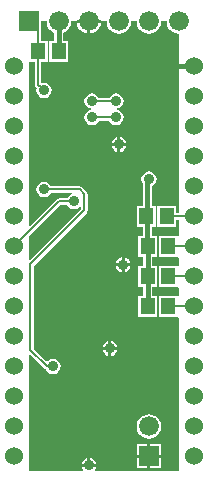
<source format=gbl>
%FSLAX25Y25*%
%MOIN*%
G70*
G01*
G75*
G04 Layer_Physical_Order=2*
G04 Layer_Color=16711680*
%ADD10R,0.05512X0.04921*%
%ADD11R,0.06102X0.04921*%
%ADD12R,0.01772X0.09449*%
%ADD13C,0.00700*%
%ADD14C,0.01500*%
%ADD15C,0.06600*%
%ADD16R,0.06600X0.06600*%
%ADD17C,0.06000*%
%ADD18R,0.06600X0.06600*%
%ADD19C,0.03600*%
%ADD20R,0.04921X0.05512*%
G36*
X29035Y15000D02*
X30966D01*
X31103Y13956D01*
X31506Y12983D01*
X32147Y12147D01*
X32983Y11506D01*
X33956Y11103D01*
X35000Y10966D01*
X36044Y11103D01*
X37017Y11506D01*
X37853Y12147D01*
X38494Y12983D01*
X38897Y13956D01*
X39035Y15000D01*
X40966D01*
X41103Y13956D01*
X41506Y12983D01*
X42147Y12147D01*
X42983Y11506D01*
X43956Y11103D01*
X45000Y10966D01*
X46044Y11103D01*
X47017Y11506D01*
X47853Y12147D01*
X48494Y12983D01*
X48897Y13956D01*
X49035Y15000D01*
X50965D01*
X51103Y13956D01*
X51506Y12983D01*
X52147Y12147D01*
X52983Y11506D01*
X53956Y11103D01*
X55000Y10966D01*
Y-48929D01*
X54106D01*
Y-46544D01*
X47784D01*
Y-53456D01*
X54106D01*
Y-51071D01*
X55000D01*
Y-56544D01*
X54606D01*
Y-56544D01*
X48284D01*
Y-63456D01*
X54606D01*
Y-63456D01*
X54646D01*
X55000Y-63810D01*
Y-66544D01*
X54606D01*
Y-66544D01*
X48284D01*
Y-73456D01*
X54606D01*
Y-73456D01*
X54646D01*
X55000Y-73809D01*
Y-76544D01*
X54606D01*
Y-76544D01*
X48284D01*
Y-83456D01*
X54606D01*
Y-83456D01*
X54646D01*
X55000Y-83810D01*
Y-135000D01*
X27201D01*
X26965Y-134559D01*
X27355Y-133976D01*
X27450Y-133500D01*
X22550D01*
X22645Y-133976D01*
X23035Y-134559D01*
X22799Y-135000D01*
X5000D01*
Y-96167D01*
X5462Y-95976D01*
X10243Y-100757D01*
X10243Y-100757D01*
X10590Y-100989D01*
X10664Y-101004D01*
X11198Y-101802D01*
X12025Y-102355D01*
X13000Y-102549D01*
X13975Y-102355D01*
X14802Y-101802D01*
X15355Y-100976D01*
X15549Y-100000D01*
X15355Y-99024D01*
X14802Y-98198D01*
X13975Y-97645D01*
X13000Y-97451D01*
X12025Y-97645D01*
X11198Y-98198D01*
X10755Y-98241D01*
X6571Y-94057D01*
Y-66443D01*
X24257Y-48757D01*
X24257Y-48757D01*
X24489Y-48410D01*
X24571Y-48000D01*
Y-42500D01*
X24489Y-42090D01*
X24257Y-41743D01*
X22757Y-40243D01*
X22410Y-40011D01*
X22000Y-39929D01*
X12291D01*
X11802Y-39198D01*
X10975Y-38645D01*
X10000Y-38451D01*
X9025Y-38645D01*
X8198Y-39198D01*
X7645Y-40025D01*
X7451Y-41000D01*
X7645Y-41976D01*
X8198Y-42802D01*
X9025Y-43355D01*
X10000Y-43549D01*
X10975Y-43355D01*
X11802Y-42802D01*
X12291Y-42071D01*
X19362D01*
X19411Y-42568D01*
X19025Y-42645D01*
X18198Y-43198D01*
X17709Y-43929D01*
X15000D01*
X14590Y-44011D01*
X14243Y-44243D01*
X14243Y-44243D01*
X5462Y-53024D01*
X5000Y-52833D01*
Y1544D01*
X6985D01*
Y-6055D01*
X6984Y-6055D01*
X6985D01*
X7066Y-6465D01*
X7298Y-6812D01*
X7623Y-7137D01*
X7451Y-8000D01*
X7645Y-8975D01*
X8198Y-9802D01*
X9025Y-10355D01*
X10000Y-10549D01*
X10975Y-10355D01*
X11802Y-9802D01*
X12355Y-8975D01*
X12549Y-8000D01*
X12355Y-7025D01*
X11802Y-6198D01*
X10975Y-5645D01*
X10000Y-5451D01*
X9512Y-5548D01*
X9126Y-5231D01*
Y1544D01*
X11216D01*
Y8456D01*
X9126D01*
Y11945D01*
X9044Y12355D01*
X9000Y12421D01*
Y15000D01*
X10966D01*
X11103Y13956D01*
X11506Y12983D01*
X12147Y12147D01*
X12983Y11506D01*
X13466Y11306D01*
Y8456D01*
X11784D01*
Y1544D01*
X18105D01*
Y8456D01*
X16423D01*
Y11260D01*
X17017Y11506D01*
X17853Y12147D01*
X18494Y12983D01*
X18897Y13956D01*
X19035Y15000D01*
X20965D01*
X21031Y15500D01*
X28969D01*
X29035Y15000D01*
D02*
G37*
G36*
X18198Y-46802D02*
X19025Y-47355D01*
X20000Y-47549D01*
X20976Y-47355D01*
X21802Y-46802D01*
X21951Y-46580D01*
X22429Y-46725D01*
Y-47557D01*
X5462Y-64524D01*
X5000Y-64333D01*
Y-56514D01*
X15443Y-46071D01*
X17709D01*
X18198Y-46802D01*
D02*
G37*
%LPC*%
G36*
X31500Y-94500D02*
X29550D01*
X29645Y-94976D01*
X30198Y-95802D01*
X31025Y-96355D01*
X31500Y-96450D01*
Y-94500D01*
D02*
G37*
G36*
X45000Y-115965D02*
X43956Y-116103D01*
X42983Y-116506D01*
X42147Y-117147D01*
X41506Y-117983D01*
X41103Y-118956D01*
X40966Y-120000D01*
X41103Y-121044D01*
X41506Y-122017D01*
X42147Y-122853D01*
X42983Y-123494D01*
X43956Y-123897D01*
X45000Y-124035D01*
X46044Y-123897D01*
X47017Y-123494D01*
X47853Y-122853D01*
X48494Y-122017D01*
X48897Y-121044D01*
X49035Y-120000D01*
X48897Y-118956D01*
X48494Y-117983D01*
X47853Y-117147D01*
X47017Y-116506D01*
X46044Y-116103D01*
X45000Y-115965D01*
D02*
G37*
G36*
X32500Y-91550D02*
Y-93500D01*
X34449D01*
X34355Y-93024D01*
X33802Y-92198D01*
X32976Y-91645D01*
X32500Y-91550D01*
D02*
G37*
G36*
X31500D02*
X31025Y-91645D01*
X30198Y-92198D01*
X29645Y-93024D01*
X29550Y-93500D01*
X31500D01*
Y-91550D01*
D02*
G37*
G36*
X34449Y-94500D02*
X32500D01*
Y-96450D01*
X32976Y-96355D01*
X33802Y-95802D01*
X34355Y-94976D01*
X34449Y-94500D01*
D02*
G37*
G36*
X24500Y-130551D02*
X24024Y-130645D01*
X23198Y-131198D01*
X22645Y-132025D01*
X22550Y-132500D01*
X24500D01*
Y-130551D01*
D02*
G37*
G36*
X49000Y-130500D02*
X45500D01*
Y-134000D01*
X49000D01*
Y-130500D01*
D02*
G37*
G36*
X44500D02*
X41000D01*
Y-134000D01*
X44500D01*
Y-130500D01*
D02*
G37*
G36*
X49000Y-126000D02*
X45500D01*
Y-129500D01*
X49000D01*
Y-126000D01*
D02*
G37*
G36*
X44500D02*
X41000D01*
Y-129500D01*
X44500D01*
Y-126000D01*
D02*
G37*
G36*
X25500Y-130551D02*
Y-132500D01*
X27450D01*
X27355Y-132025D01*
X26802Y-131198D01*
X25975Y-130645D01*
X25500Y-130551D01*
D02*
G37*
G36*
X45000Y-34951D02*
X44025Y-35145D01*
X43198Y-35698D01*
X42645Y-36525D01*
X42451Y-37500D01*
X42645Y-38475D01*
X43022Y-39039D01*
Y-46544D01*
X40894D01*
Y-53456D01*
X43022D01*
Y-56544D01*
X41394D01*
Y-63456D01*
X43077D01*
Y-66544D01*
X41394D01*
Y-73456D01*
X43077D01*
Y-76544D01*
X41394D01*
Y-83456D01*
X47716D01*
Y-76544D01*
X46033D01*
Y-73456D01*
X47716D01*
Y-66544D01*
X46033D01*
Y-63456D01*
X47716D01*
Y-56544D01*
X45978D01*
Y-53456D01*
X47216D01*
Y-46544D01*
X45978D01*
Y-39853D01*
X46802Y-39302D01*
X47355Y-38475D01*
X47549Y-37500D01*
X47355Y-36525D01*
X46802Y-35698D01*
X45976Y-35145D01*
X45000Y-34951D01*
D02*
G37*
G36*
X35500Y-23550D02*
Y-25500D01*
X37449D01*
X37355Y-25025D01*
X36802Y-24198D01*
X35976Y-23645D01*
X35500Y-23550D01*
D02*
G37*
G36*
X34500D02*
X34025Y-23645D01*
X33198Y-24198D01*
X32645Y-25025D01*
X32550Y-25500D01*
X34500D01*
Y-23550D01*
D02*
G37*
G36*
X34000Y-8951D02*
X33024Y-9145D01*
X32198Y-9698D01*
X31709Y-10429D01*
X28291D01*
X27802Y-9698D01*
X26976Y-9145D01*
X26000Y-8951D01*
X25025Y-9145D01*
X24198Y-9698D01*
X23645Y-10525D01*
X23451Y-11500D01*
X23645Y-12475D01*
X24198Y-13302D01*
X25025Y-13855D01*
X25754Y-14000D01*
Y-14500D01*
X25025Y-14645D01*
X24198Y-15198D01*
X23645Y-16025D01*
X23451Y-17000D01*
X23645Y-17976D01*
X24198Y-18802D01*
X25025Y-19355D01*
X26000Y-19549D01*
X26976Y-19355D01*
X27802Y-18802D01*
X28291Y-18071D01*
X31709D01*
X32198Y-18802D01*
X33024Y-19355D01*
X34000Y-19549D01*
X34975Y-19355D01*
X35802Y-18802D01*
X36355Y-17976D01*
X36549Y-17000D01*
X36355Y-16025D01*
X35802Y-15198D01*
X34975Y-14645D01*
X34246Y-14500D01*
Y-14000D01*
X34975Y-13855D01*
X35802Y-13302D01*
X36355Y-12475D01*
X36549Y-11500D01*
X36355Y-10525D01*
X35802Y-9698D01*
X34975Y-9145D01*
X34000Y-8951D01*
D02*
G37*
G36*
X28969Y14500D02*
X25500D01*
Y11031D01*
X26044Y11103D01*
X27017Y11506D01*
X27853Y12147D01*
X28494Y12983D01*
X28897Y13956D01*
X28969Y14500D01*
D02*
G37*
G36*
X24500D02*
X21031D01*
X21103Y13956D01*
X21506Y12983D01*
X22147Y12147D01*
X22983Y11506D01*
X23956Y11103D01*
X24500Y11031D01*
Y14500D01*
D02*
G37*
G36*
X37449Y-26500D02*
X35500D01*
Y-28449D01*
X35976Y-28355D01*
X36802Y-27802D01*
X37355Y-26976D01*
X37449Y-26500D01*
D02*
G37*
G36*
X38847Y-66602D02*
X36898D01*
Y-68552D01*
X37373Y-68457D01*
X38200Y-67905D01*
X38753Y-67078D01*
X38847Y-66602D01*
D02*
G37*
G36*
X35898D02*
X33948D01*
X34043Y-67078D01*
X34595Y-67905D01*
X35422Y-68457D01*
X35898Y-68552D01*
Y-66602D01*
D02*
G37*
G36*
Y-63653D02*
X35422Y-63747D01*
X34595Y-64300D01*
X34043Y-65127D01*
X33948Y-65602D01*
X35898D01*
Y-63653D01*
D02*
G37*
G36*
X34500Y-26500D02*
X32550D01*
X32645Y-26976D01*
X33198Y-27802D01*
X34025Y-28355D01*
X34500Y-28449D01*
Y-26500D01*
D02*
G37*
G36*
X36898Y-63653D02*
Y-65602D01*
X38847D01*
X38753Y-65127D01*
X38200Y-64300D01*
X37373Y-63747D01*
X36898Y-63653D01*
D02*
G37*
%LPD*%
D13*
X50945Y-50000D02*
X60000D01*
X51445Y-60000D02*
X60000D01*
X31500Y-94000D02*
X32000D01*
X5500Y-94500D02*
Y-66000D01*
X23500Y-48000D01*
Y-42500D01*
X22000Y-41000D02*
X23500Y-42500D01*
X10000Y-41000D02*
X22000D01*
X0Y-60000D02*
X15000Y-45000D01*
X20000D01*
X5500Y-94500D02*
X11000Y-100000D01*
X13000D01*
X8055Y5000D02*
Y11945D01*
Y-6055D02*
Y5000D01*
Y-6055D02*
X9000Y-7000D01*
Y-8000D02*
Y-7000D01*
X26000Y-11500D02*
X34000D01*
X26000Y-17000D02*
X34000D01*
X51445Y-70000D02*
X60000D01*
X51445Y-80000D02*
X60000D01*
D14*
X44500Y-38000D02*
X45000Y-37500D01*
X44500Y-59945D02*
X44555Y-60000D01*
X50000Y500D02*
X50500Y0D01*
X60000D01*
X14945Y5000D02*
Y14945D01*
X44555Y-80000D02*
Y-70000D01*
Y-60000D01*
X44500Y-59945D02*
Y-38000D01*
D15*
X45000Y15000D02*
D03*
X35000D02*
D03*
X25000D02*
D03*
X15000D02*
D03*
X55000D02*
D03*
X45000Y-120000D02*
D03*
D16*
X5000Y15000D02*
D03*
D17*
X60000Y0D02*
D03*
Y-10000D02*
D03*
Y-20000D02*
D03*
Y-30000D02*
D03*
Y-40000D02*
D03*
Y-50000D02*
D03*
Y-60000D02*
D03*
Y-70000D02*
D03*
Y-80000D02*
D03*
Y-90000D02*
D03*
Y-100000D02*
D03*
Y-110000D02*
D03*
Y-120000D02*
D03*
Y-130000D02*
D03*
X0D02*
D03*
Y-120000D02*
D03*
Y-110000D02*
D03*
Y-100000D02*
D03*
Y-90000D02*
D03*
Y-80000D02*
D03*
Y-70000D02*
D03*
Y-60000D02*
D03*
Y-50000D02*
D03*
Y-40000D02*
D03*
Y-30000D02*
D03*
Y-20000D02*
D03*
Y-10000D02*
D03*
Y0D02*
D03*
D18*
X45000Y-130000D02*
D03*
D19*
X35000Y-26000D02*
D03*
X36398Y-66102D02*
D03*
X45000Y-37500D02*
D03*
X32000Y-94000D02*
D03*
X10000Y-41000D02*
D03*
X20000Y-45000D02*
D03*
X13000Y-100000D02*
D03*
X25000Y-133000D02*
D03*
X10000Y-8000D02*
D03*
X26000Y-11500D02*
D03*
X34000D02*
D03*
X26000Y-17000D02*
D03*
X34000D02*
D03*
D20*
X44555Y-60000D02*
D03*
X51445D02*
D03*
X44055Y-50000D02*
D03*
X50945D02*
D03*
X14945Y5000D02*
D03*
X8055D02*
D03*
X51445Y-80000D02*
D03*
X44555D02*
D03*
X51445Y-70000D02*
D03*
X44555D02*
D03*
M02*

</source>
